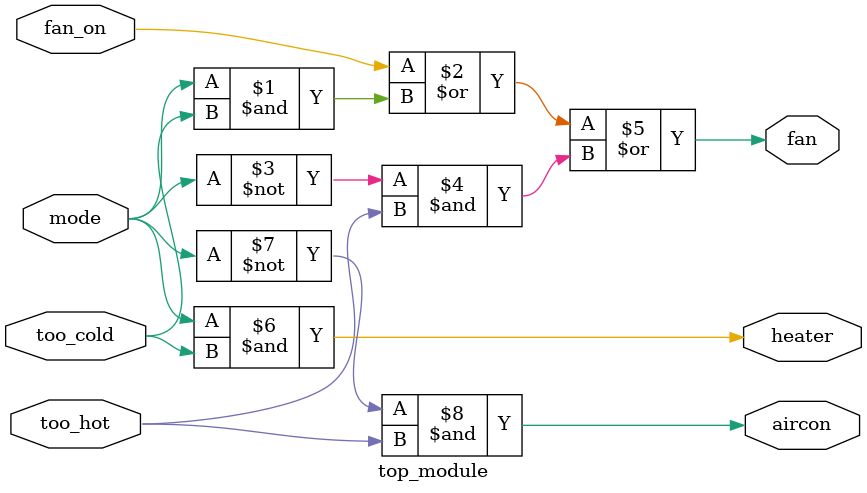
<source format=v>
module top_module (
    input too_cold,
    input too_hot,
    input mode,
    input fan_on,
    output heater,
    output aircon,
    output fan
); 

    assign fan = fan_on | (mode & too_cold) | (~mode & too_hot);
    assign heater = mode & too_cold;
    assign aircon = ~mode & too_hot;
endmodule

</source>
